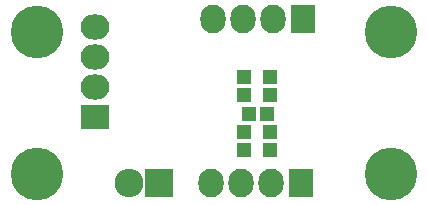
<source format=gbs>
G04 #@! TF.FileFunction,Soldermask,Bot*
%FSLAX46Y46*%
G04 Gerber Fmt 4.6, Leading zero omitted, Abs format (unit mm)*
G04 Created by KiCad (PCBNEW 4.1.0-alpha+201607140318+6977~46~ubuntu16.04.1-product) date Thu Jul 14 14:59:25 2016*
%MOMM*%
%LPD*%
G01*
G04 APERTURE LIST*
%ADD10C,0.100000*%
%ADD11R,2.432000X2.432000*%
%ADD12O,2.432000X2.432000*%
%ADD13R,1.150000X1.200000*%
%ADD14R,1.200000X1.150000*%
%ADD15R,2.432000X2.127200*%
%ADD16O,2.432000X2.127200*%
%ADD17R,2.127200X2.432000*%
%ADD18O,2.127200X2.432000*%
%ADD19C,4.464000*%
G04 APERTURE END LIST*
D10*
D11*
X212400000Y-34800000D03*
D12*
X209860000Y-34800000D03*
D13*
X219600000Y-27300000D03*
X219600000Y-25800000D03*
X219600000Y-30500000D03*
X219600000Y-32000000D03*
D14*
X221500000Y-28900000D03*
X220000000Y-28900000D03*
D13*
X221800000Y-30500000D03*
X221800000Y-32000000D03*
X221800000Y-27300000D03*
X221800000Y-25800000D03*
D15*
X206958309Y-29184979D03*
D16*
X206958309Y-26644979D03*
X206958309Y-24104979D03*
X206958309Y-21564979D03*
D17*
X224525326Y-20931954D03*
D18*
X221985326Y-20931954D03*
X219445326Y-20931954D03*
X216905326Y-20931954D03*
D17*
X224430000Y-34800000D03*
D18*
X221890000Y-34800000D03*
X219350000Y-34800000D03*
X216810000Y-34800000D03*
D19*
X202000000Y-34000000D03*
X232000000Y-34000000D03*
X232000000Y-22000000D03*
X202000000Y-22000000D03*
M02*

</source>
